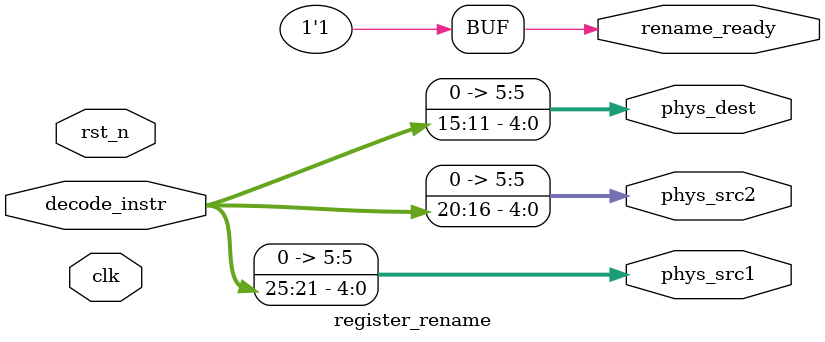
<source format=v>
module register_rename(
    input  wire        clk,
    input  wire        rst_n,
    input  wire [31:0] decode_instr,
    output wire        rename_ready,
    output wire [5:0]  phys_src1,
    output wire [5:0]  phys_src2,
    output wire [5:0]  phys_dest
);
    assign rename_ready = 1'b1;
    assign phys_src1  = decode_instr[25:21];
    assign phys_src2  = decode_instr[20:16];
    assign phys_dest  = decode_instr[15:11];
endmodule

</source>
